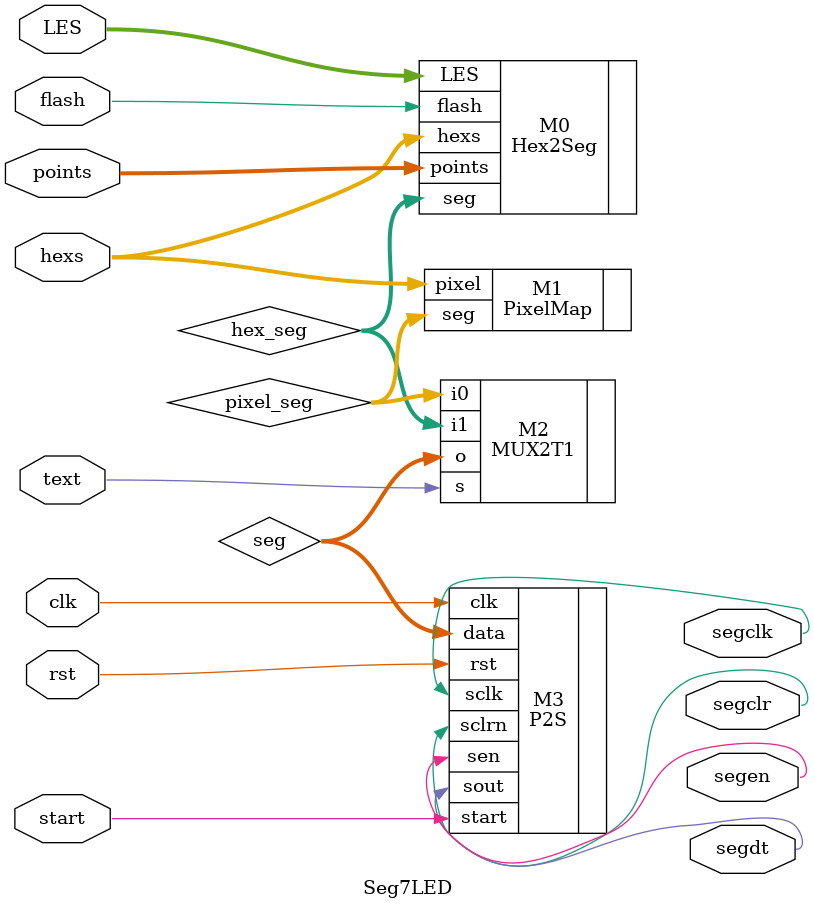
<source format=v>
/**
 * 7 Segment LED
 * @author Zengkai Jiang
 * @date 2018.08.27
 */


module Seg7LED(
    input wire clk,
    input wire rst, // reset, active high
    input wire start, // a slow clock
    input wire text, // text mode
    input wire flash, // blink, active high
    input wire [31:0] hexs, // data
    input wire [7:0] points, // point, active high
    input wire [7:0] LES, // enable, active low
    output wire segclk, // same as clk
    output wire segdt, // data
    output wire segen, // enable
    output wire segclr // clear, active low
    );


wire [63:0] hex_seg;
wire [63:0] pixel_seg;
wire [63:0] seg;


Hex2Seg M0(
    .flash(flash),
    .hexs(hexs),
    .points(points),
    .LES(LES),
    .seg(hex_seg));


PixelMap M1(
    .pixel(hexs),
    .seg(pixel_seg));


MUX2T1#(.WIDTH(64)) M2(
    .s(text),
    .i0(pixel_seg),
    .i1(hex_seg),
    .o(seg));


P2S#(.DATA_BITS(64), .DIR(0)) M3(
    .clk(clk),
    .rst(rst),
    .start(start),
    .data(seg),
    .sclk(segclk),
    .sclrn(segclr),
    .sout(segdt),
    .sen(segen));


endmodule

</source>
